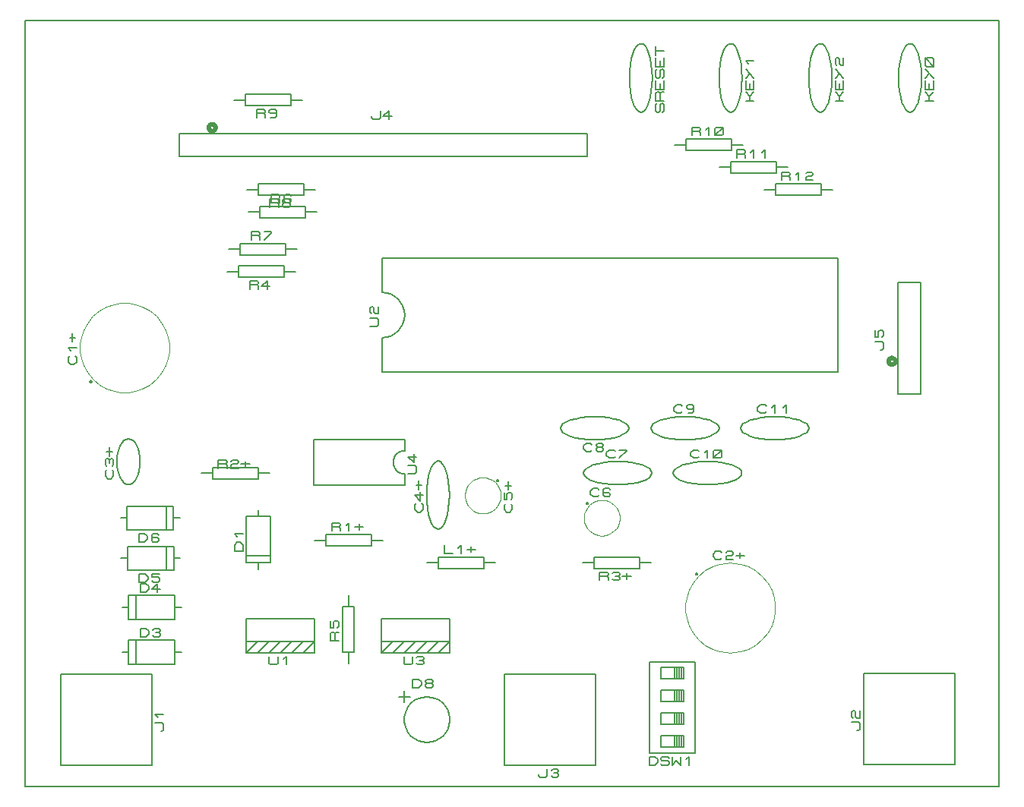
<source format=gbr>
G04 PROTEUS RS274X GERBER FILE*
%FSLAX45Y45*%
%MOMM*%
G01*
%ADD29C,0.508000*%
%ADD72C,0.152400*%
%ADD25C,0.203200*%
%ADD73C,0.120000*%
%ADD30C,0.200000*%
D29*
X-11034810Y+8503030D02*
X-11034941Y+8506188D01*
X-11036007Y+8512506D01*
X-11038238Y+8518824D01*
X-11041883Y+8525142D01*
X-11047458Y+8531381D01*
X-11053776Y+8535977D01*
X-11060094Y+8538910D01*
X-11066412Y+8540572D01*
X-11072730Y+8541130D01*
X-11072910Y+8541130D01*
X-11111010Y+8503030D02*
X-11110879Y+8506188D01*
X-11109813Y+8512506D01*
X-11107582Y+8518824D01*
X-11103937Y+8525142D01*
X-11098362Y+8531381D01*
X-11092044Y+8535977D01*
X-11085726Y+8538910D01*
X-11079408Y+8540572D01*
X-11073090Y+8541130D01*
X-11072910Y+8541130D01*
X-11111010Y+8503030D02*
X-11110879Y+8499872D01*
X-11109813Y+8493554D01*
X-11107582Y+8487236D01*
X-11103937Y+8480918D01*
X-11098362Y+8474679D01*
X-11092044Y+8470083D01*
X-11085726Y+8467150D01*
X-11079408Y+8465488D01*
X-11073090Y+8464930D01*
X-11072910Y+8464930D01*
X-11034810Y+8503030D02*
X-11034941Y+8499872D01*
X-11036007Y+8493554D01*
X-11038238Y+8487236D01*
X-11041883Y+8480918D01*
X-11047458Y+8474679D01*
X-11053776Y+8470083D01*
X-11060094Y+8467150D01*
X-11066412Y+8465488D01*
X-11072730Y+8464930D01*
X-11072910Y+8464930D01*
D72*
X-11441210Y+8185530D02*
X-6894610Y+8185530D01*
X-6894610Y+8439530D01*
X-11441210Y+8439530D01*
X-11441210Y+8185530D01*
D25*
X-9294910Y+8627490D02*
X-9294910Y+8612250D01*
X-9279035Y+8597010D01*
X-9215535Y+8597010D01*
X-9199660Y+8612250D01*
X-9199660Y+8688450D01*
X-9072660Y+8627490D02*
X-9167910Y+8627490D01*
X-9104410Y+8688450D01*
X-9104410Y+8597010D01*
X-8928910Y+6413530D02*
X-8933990Y+6465282D01*
X-8948595Y+6513225D01*
X-8971772Y+6556405D01*
X-9002570Y+6593870D01*
X-9040035Y+6624668D01*
X-9083215Y+6647845D01*
X-9131158Y+6662450D01*
X-9182910Y+6667530D01*
X-8928910Y+6413530D02*
X-8933990Y+6361048D01*
X-8948595Y+6312763D01*
X-8971772Y+6269539D01*
X-9002570Y+6232238D01*
X-9040035Y+6201723D01*
X-9083215Y+6178858D01*
X-9131158Y+6164506D01*
X-9182910Y+6159530D01*
X-9182910Y+6667530D02*
X-9182910Y+7048530D01*
X-4102910Y+7048530D02*
X-4102910Y+5778530D01*
X-9182910Y+5778530D02*
X-9182910Y+6159530D01*
X-9182910Y+7048530D02*
X-4102910Y+7048530D01*
X-9182910Y+5778530D02*
X-4102910Y+5778530D01*
X-9314990Y+6286530D02*
X-9238790Y+6286530D01*
X-9223550Y+6302405D01*
X-9223550Y+6365905D01*
X-9238790Y+6381780D01*
X-9314990Y+6381780D01*
X-9299750Y+6429405D02*
X-9314990Y+6445280D01*
X-9314990Y+6492905D01*
X-9299750Y+6508780D01*
X-9284510Y+6508780D01*
X-9269270Y+6492905D01*
X-9269270Y+6445280D01*
X-9254030Y+6429405D01*
X-9223550Y+6429405D01*
X-9223550Y+6508780D01*
X-11747910Y+2405530D02*
X-12763910Y+2405530D01*
X-11747910Y+1389530D02*
X-12763910Y+1389530D01*
X-12763910Y+2405530D02*
X-12763910Y+1389530D01*
X-11747910Y+2405530D02*
X-11747910Y+1389530D01*
X-11646310Y+1770530D02*
X-11631070Y+1770530D01*
X-11615830Y+1786405D01*
X-11615830Y+1849905D01*
X-11631070Y+1865780D01*
X-11707270Y+1865780D01*
X-11676790Y+1929280D02*
X-11707270Y+1961030D01*
X-11615830Y+1961030D01*
D29*
X-3458310Y+5897530D02*
X-3458441Y+5900688D01*
X-3459507Y+5907006D01*
X-3461738Y+5913324D01*
X-3465383Y+5919642D01*
X-3470958Y+5925881D01*
X-3477276Y+5930477D01*
X-3483594Y+5933410D01*
X-3489912Y+5935072D01*
X-3496230Y+5935630D01*
X-3496410Y+5935630D01*
X-3534510Y+5897530D02*
X-3534379Y+5900688D01*
X-3533313Y+5907006D01*
X-3531082Y+5913324D01*
X-3527437Y+5919642D01*
X-3521862Y+5925881D01*
X-3515544Y+5930477D01*
X-3509226Y+5933410D01*
X-3502908Y+5935072D01*
X-3496590Y+5935630D01*
X-3496410Y+5935630D01*
X-3534510Y+5897530D02*
X-3534379Y+5894372D01*
X-3533313Y+5888054D01*
X-3531082Y+5881736D01*
X-3527437Y+5875418D01*
X-3521862Y+5869179D01*
X-3515544Y+5864583D01*
X-3509226Y+5861650D01*
X-3502908Y+5859988D01*
X-3496590Y+5859430D01*
X-3496410Y+5859430D01*
X-3458310Y+5897530D02*
X-3458441Y+5894372D01*
X-3459507Y+5888054D01*
X-3461738Y+5881736D01*
X-3465383Y+5875418D01*
X-3470958Y+5869179D01*
X-3477276Y+5864583D01*
X-3483594Y+5861650D01*
X-3489912Y+5859988D01*
X-3496230Y+5859430D01*
X-3496410Y+5859430D01*
D72*
X-3178910Y+5529230D02*
X-3178910Y+6773830D01*
X-3432910Y+6773830D01*
X-3432910Y+5529230D01*
X-3178910Y+5529230D01*
D25*
X-3620870Y+6024530D02*
X-3605630Y+6024530D01*
X-3590390Y+6040405D01*
X-3590390Y+6103905D01*
X-3605630Y+6119780D01*
X-3681830Y+6119780D01*
X-3681830Y+6246780D02*
X-3681830Y+6167405D01*
X-3651350Y+6167405D01*
X-3651350Y+6230905D01*
X-3636110Y+6246780D01*
X-3605630Y+6246780D01*
X-3590390Y+6230905D01*
X-3590390Y+6183280D01*
X-3605630Y+6167405D01*
X-6075910Y+1592030D02*
X-5821910Y+1592030D01*
X-5821910Y+1719030D01*
X-6075910Y+1719030D01*
X-6075910Y+1592030D01*
X-5923510Y+1592030D02*
X-5923510Y+1719030D01*
X-5898110Y+1592030D02*
X-5898110Y+1719030D01*
X-5872710Y+1592030D02*
X-5872710Y+1719030D01*
X-5847310Y+1592030D02*
X-5847310Y+1719030D01*
X-6075910Y+1846030D02*
X-5821910Y+1846030D01*
X-5821910Y+1973030D01*
X-6075910Y+1973030D01*
X-6075910Y+1846030D01*
X-5923510Y+1846030D02*
X-5923510Y+1973030D01*
X-5898110Y+1846030D02*
X-5898110Y+1973030D01*
X-5872710Y+1846030D02*
X-5872710Y+1973030D01*
X-5847310Y+1846030D02*
X-5847310Y+1973030D01*
X-6075910Y+2100030D02*
X-5821910Y+2100030D01*
X-5821910Y+2227030D01*
X-6075910Y+2227030D01*
X-6075910Y+2100030D01*
X-5923510Y+2100030D02*
X-5923510Y+2227030D01*
X-5898110Y+2100030D02*
X-5898110Y+2227030D01*
X-5872710Y+2100030D02*
X-5872710Y+2227030D01*
X-5847310Y+2100030D02*
X-5847310Y+2227030D01*
X-6075910Y+2354030D02*
X-5821910Y+2354030D01*
X-5821910Y+2481030D01*
X-6075910Y+2481030D01*
X-6075910Y+2354030D01*
X-5923510Y+2354030D02*
X-5923510Y+2481030D01*
X-5898110Y+2354030D02*
X-5898110Y+2481030D01*
X-5872710Y+2354030D02*
X-5872710Y+2481030D01*
X-5847310Y+2354030D02*
X-5847310Y+2481030D01*
X-6202910Y+1528530D02*
X-5694910Y+1528530D01*
X-5694910Y+2544530D01*
X-6202910Y+2544530D01*
X-6202910Y+1528530D01*
X-6202910Y+1396450D02*
X-6202910Y+1487890D01*
X-6139410Y+1487890D01*
X-6107660Y+1457410D01*
X-6107660Y+1426930D01*
X-6139410Y+1396450D01*
X-6202910Y+1396450D01*
X-6075910Y+1411690D02*
X-6060035Y+1396450D01*
X-5996535Y+1396450D01*
X-5980660Y+1411690D01*
X-5980660Y+1426930D01*
X-5996535Y+1442170D01*
X-6060035Y+1442170D01*
X-6075910Y+1457410D01*
X-6075910Y+1472650D01*
X-6060035Y+1487890D01*
X-5996535Y+1487890D01*
X-5980660Y+1472650D01*
X-5948910Y+1487890D02*
X-5948910Y+1396450D01*
X-5901285Y+1442170D01*
X-5853660Y+1396450D01*
X-5853660Y+1487890D01*
X-5790160Y+1457410D02*
X-5758410Y+1487890D01*
X-5758410Y+1396450D01*
X-6294910Y+9439530D02*
X-6269034Y+9432014D01*
X-6245062Y+9410360D01*
X-6223472Y+9375906D01*
X-6204740Y+9329992D01*
X-6189341Y+9273959D01*
X-6177752Y+9209144D01*
X-6170450Y+9136888D01*
X-6167910Y+9058530D01*
X-6294910Y+8677530D02*
X-6269034Y+8685150D01*
X-6245062Y+8707058D01*
X-6223472Y+8741824D01*
X-6204740Y+8788020D01*
X-6189341Y+8844218D01*
X-6177752Y+8908988D01*
X-6170450Y+8980901D01*
X-6167910Y+9058530D01*
X-6294910Y+8677530D02*
X-6320786Y+8685150D01*
X-6344758Y+8707058D01*
X-6366348Y+8741824D01*
X-6385080Y+8788020D01*
X-6400479Y+8844218D01*
X-6412068Y+8908988D01*
X-6419370Y+8980901D01*
X-6421910Y+9058530D01*
X-6294910Y+9439530D02*
X-6320786Y+9432014D01*
X-6344758Y+9410360D01*
X-6366348Y+9375906D01*
X-6385080Y+9329992D01*
X-6400479Y+9273959D01*
X-6412068Y+9209144D01*
X-6419370Y+9136888D01*
X-6421910Y+9058530D01*
X-6051070Y+8677530D02*
X-6035830Y+8693405D01*
X-6035830Y+8756905D01*
X-6051070Y+8772780D01*
X-6066310Y+8772780D01*
X-6081550Y+8756905D01*
X-6081550Y+8693405D01*
X-6096790Y+8677530D01*
X-6112030Y+8677530D01*
X-6127270Y+8693405D01*
X-6127270Y+8756905D01*
X-6112030Y+8772780D01*
X-6035830Y+8804530D02*
X-6127270Y+8804530D01*
X-6127270Y+8883905D01*
X-6112030Y+8899780D01*
X-6096790Y+8899780D01*
X-6081550Y+8883905D01*
X-6081550Y+8804530D01*
X-6081550Y+8883905D02*
X-6066310Y+8899780D01*
X-6035830Y+8899780D01*
X-6035830Y+9026780D02*
X-6035830Y+8931530D01*
X-6127270Y+8931530D01*
X-6127270Y+9026780D01*
X-6081550Y+8931530D02*
X-6081550Y+8995030D01*
X-6051070Y+9058530D02*
X-6035830Y+9074405D01*
X-6035830Y+9137905D01*
X-6051070Y+9153780D01*
X-6066310Y+9153780D01*
X-6081550Y+9137905D01*
X-6081550Y+9074405D01*
X-6096790Y+9058530D01*
X-6112030Y+9058530D01*
X-6127270Y+9074405D01*
X-6127270Y+9137905D01*
X-6112030Y+9153780D01*
X-6035830Y+9280780D02*
X-6035830Y+9185530D01*
X-6127270Y+9185530D01*
X-6127270Y+9280780D01*
X-6081550Y+9185530D02*
X-6081550Y+9249030D01*
X-6127270Y+9312530D02*
X-6127270Y+9407780D01*
X-6127270Y+9360155D02*
X-6035830Y+9360155D01*
X-3294910Y+9439530D02*
X-3269034Y+9432014D01*
X-3245062Y+9410360D01*
X-3223472Y+9375906D01*
X-3204740Y+9329992D01*
X-3189341Y+9273959D01*
X-3177752Y+9209144D01*
X-3170450Y+9136888D01*
X-3167910Y+9058530D01*
X-3294910Y+8677530D02*
X-3269034Y+8685150D01*
X-3245062Y+8707058D01*
X-3223472Y+8741824D01*
X-3204740Y+8788020D01*
X-3189341Y+8844218D01*
X-3177752Y+8908988D01*
X-3170450Y+8980901D01*
X-3167910Y+9058530D01*
X-3294910Y+8677530D02*
X-3320786Y+8685150D01*
X-3344758Y+8707058D01*
X-3366348Y+8741824D01*
X-3385080Y+8788020D01*
X-3400479Y+8844218D01*
X-3412068Y+8908988D01*
X-3419370Y+8980901D01*
X-3421910Y+9058530D01*
X-3294910Y+9439530D02*
X-3320786Y+9432014D01*
X-3344758Y+9410360D01*
X-3366348Y+9375906D01*
X-3385080Y+9329992D01*
X-3400479Y+9273959D01*
X-3412068Y+9209144D01*
X-3419370Y+9136888D01*
X-3421910Y+9058530D01*
X-3127270Y+8804530D02*
X-3035830Y+8804530D01*
X-3127270Y+8899780D02*
X-3081550Y+8852155D01*
X-3035830Y+8899780D01*
X-3081550Y+8804530D02*
X-3081550Y+8852155D01*
X-3035830Y+9026780D02*
X-3035830Y+8931530D01*
X-3127270Y+8931530D01*
X-3127270Y+9026780D01*
X-3081550Y+8931530D02*
X-3081550Y+8995030D01*
X-3127270Y+9153780D02*
X-3035830Y+9058530D01*
X-3127270Y+9058530D02*
X-3081550Y+9106155D01*
X-3051070Y+9185530D02*
X-3112030Y+9185530D01*
X-3127270Y+9201405D01*
X-3127270Y+9264905D01*
X-3112030Y+9280780D01*
X-3051070Y+9280780D01*
X-3035830Y+9264905D01*
X-3035830Y+9201405D01*
X-3051070Y+9185530D01*
X-3035830Y+9185530D02*
X-3127270Y+9280780D01*
X-5294910Y+9439530D02*
X-5269034Y+9432014D01*
X-5245062Y+9410360D01*
X-5223472Y+9375906D01*
X-5204740Y+9329992D01*
X-5189341Y+9273959D01*
X-5177752Y+9209144D01*
X-5170450Y+9136888D01*
X-5167910Y+9058530D01*
X-5294910Y+8677530D02*
X-5269034Y+8685150D01*
X-5245062Y+8707058D01*
X-5223472Y+8741824D01*
X-5204740Y+8788020D01*
X-5189341Y+8844218D01*
X-5177752Y+8908988D01*
X-5170450Y+8980901D01*
X-5167910Y+9058530D01*
X-5294910Y+8677530D02*
X-5320786Y+8685150D01*
X-5344758Y+8707058D01*
X-5366348Y+8741824D01*
X-5385080Y+8788020D01*
X-5400479Y+8844218D01*
X-5412068Y+8908988D01*
X-5419370Y+8980901D01*
X-5421910Y+9058530D01*
X-5294910Y+9439530D02*
X-5320786Y+9432014D01*
X-5344758Y+9410360D01*
X-5366348Y+9375906D01*
X-5385080Y+9329992D01*
X-5400479Y+9273959D01*
X-5412068Y+9209144D01*
X-5419370Y+9136888D01*
X-5421910Y+9058530D01*
X-5127270Y+8804530D02*
X-5035830Y+8804530D01*
X-5127270Y+8899780D02*
X-5081550Y+8852155D01*
X-5035830Y+8899780D01*
X-5081550Y+8804530D02*
X-5081550Y+8852155D01*
X-5035830Y+9026780D02*
X-5035830Y+8931530D01*
X-5127270Y+8931530D01*
X-5127270Y+9026780D01*
X-5081550Y+8931530D02*
X-5081550Y+8995030D01*
X-5127270Y+9153780D02*
X-5035830Y+9058530D01*
X-5127270Y+9058530D02*
X-5081550Y+9106155D01*
X-5096790Y+9217280D02*
X-5127270Y+9249030D01*
X-5035830Y+9249030D01*
X-4294910Y+9439530D02*
X-4269034Y+9432014D01*
X-4245062Y+9410360D01*
X-4223472Y+9375906D01*
X-4204740Y+9329992D01*
X-4189341Y+9273959D01*
X-4177752Y+9209144D01*
X-4170450Y+9136888D01*
X-4167910Y+9058530D01*
X-4294910Y+8677530D02*
X-4269034Y+8685150D01*
X-4245062Y+8707058D01*
X-4223472Y+8741824D01*
X-4204740Y+8788020D01*
X-4189341Y+8844218D01*
X-4177752Y+8908988D01*
X-4170450Y+8980901D01*
X-4167910Y+9058530D01*
X-4294910Y+8677530D02*
X-4320786Y+8685150D01*
X-4344758Y+8707058D01*
X-4366348Y+8741824D01*
X-4385080Y+8788020D01*
X-4400479Y+8844218D01*
X-4412068Y+8908988D01*
X-4419370Y+8980901D01*
X-4421910Y+9058530D01*
X-4294910Y+9439530D02*
X-4320786Y+9432014D01*
X-4344758Y+9410360D01*
X-4366348Y+9375906D01*
X-4385080Y+9329992D01*
X-4400479Y+9273959D01*
X-4412068Y+9209144D01*
X-4419370Y+9136888D01*
X-4421910Y+9058530D01*
X-4127270Y+8804530D02*
X-4035830Y+8804530D01*
X-4127270Y+8899780D02*
X-4081550Y+8852155D01*
X-4035830Y+8899780D01*
X-4081550Y+8804530D02*
X-4081550Y+8852155D01*
X-4035830Y+9026780D02*
X-4035830Y+8931530D01*
X-4127270Y+8931530D01*
X-4127270Y+9026780D01*
X-4081550Y+8931530D02*
X-4081550Y+8995030D01*
X-4127270Y+9153780D02*
X-4035830Y+9058530D01*
X-4127270Y+9058530D02*
X-4081550Y+9106155D01*
X-4112030Y+9201405D02*
X-4127270Y+9217280D01*
X-4127270Y+9264905D01*
X-4112030Y+9280780D01*
X-4096790Y+9280780D01*
X-4081550Y+9264905D01*
X-4081550Y+9217280D01*
X-4066310Y+9201405D01*
X-4035830Y+9201405D01*
X-4035830Y+9280780D01*
X-6932910Y+4651530D02*
X-6925394Y+4677406D01*
X-6903740Y+4701378D01*
X-6869286Y+4722968D01*
X-6823372Y+4741700D01*
X-6767338Y+4757099D01*
X-6702524Y+4768688D01*
X-6630268Y+4775990D01*
X-6551910Y+4778530D01*
X-6170910Y+4651530D02*
X-6178530Y+4677406D01*
X-6200438Y+4701378D01*
X-6235204Y+4722968D01*
X-6281400Y+4741700D01*
X-6337598Y+4757099D01*
X-6402368Y+4768688D01*
X-6474281Y+4775990D01*
X-6551910Y+4778530D01*
X-6170910Y+4651530D02*
X-6178530Y+4625654D01*
X-6200438Y+4601682D01*
X-6235204Y+4580092D01*
X-6281400Y+4561360D01*
X-6337598Y+4545961D01*
X-6402368Y+4534372D01*
X-6474281Y+4527070D01*
X-6551910Y+4524530D01*
X-6932910Y+4651530D02*
X-6925394Y+4625654D01*
X-6903740Y+4601682D01*
X-6869286Y+4580092D01*
X-6823372Y+4561360D01*
X-6767338Y+4545961D01*
X-6702524Y+4534372D01*
X-6630268Y+4527070D01*
X-6551910Y+4524530D01*
X-6583660Y+4834410D02*
X-6599535Y+4819170D01*
X-6647160Y+4819170D01*
X-6678910Y+4849650D01*
X-6678910Y+4880130D01*
X-6647160Y+4910610D01*
X-6599535Y+4910610D01*
X-6583660Y+4895370D01*
X-6536035Y+4910610D02*
X-6456660Y+4910610D01*
X-6456660Y+4895370D01*
X-6536035Y+4819170D01*
X-6428910Y+5151530D02*
X-6436426Y+5125654D01*
X-6458080Y+5101682D01*
X-6492534Y+5080092D01*
X-6538448Y+5061360D01*
X-6594482Y+5045961D01*
X-6659296Y+5034372D01*
X-6731552Y+5027070D01*
X-6809910Y+5024530D01*
X-7190910Y+5151530D02*
X-7183290Y+5125654D01*
X-7161382Y+5101682D01*
X-7126616Y+5080092D01*
X-7080420Y+5061360D01*
X-7024222Y+5045961D01*
X-6959452Y+5034372D01*
X-6887539Y+5027070D01*
X-6809910Y+5024530D01*
X-7190910Y+5151530D02*
X-7183290Y+5177406D01*
X-7161382Y+5201378D01*
X-7126616Y+5222968D01*
X-7080420Y+5241700D01*
X-7024222Y+5257099D01*
X-6959452Y+5268688D01*
X-6887539Y+5275990D01*
X-6809910Y+5278530D01*
X-6428910Y+5151530D02*
X-6436426Y+5177406D01*
X-6458080Y+5201378D01*
X-6492534Y+5222968D01*
X-6538448Y+5241700D01*
X-6594482Y+5257099D01*
X-6659296Y+5268688D01*
X-6731552Y+5275990D01*
X-6809910Y+5278530D01*
X-6841660Y+4907690D02*
X-6857535Y+4892450D01*
X-6905160Y+4892450D01*
X-6936910Y+4922930D01*
X-6936910Y+4953410D01*
X-6905160Y+4983890D01*
X-6857535Y+4983890D01*
X-6841660Y+4968650D01*
X-6778160Y+4938170D02*
X-6794035Y+4953410D01*
X-6794035Y+4968650D01*
X-6778160Y+4983890D01*
X-6730535Y+4983890D01*
X-6714660Y+4968650D01*
X-6714660Y+4953410D01*
X-6730535Y+4938170D01*
X-6778160Y+4938170D01*
X-6794035Y+4922930D01*
X-6794035Y+4907690D01*
X-6778160Y+4892450D01*
X-6730535Y+4892450D01*
X-6714660Y+4907690D01*
X-6714660Y+4922930D01*
X-6730535Y+4938170D01*
X-6182910Y+5151530D02*
X-6175394Y+5177406D01*
X-6153740Y+5201378D01*
X-6119286Y+5222968D01*
X-6073372Y+5241700D01*
X-6017338Y+5257099D01*
X-5952524Y+5268688D01*
X-5880268Y+5275990D01*
X-5801910Y+5278530D01*
X-5420910Y+5151530D02*
X-5428530Y+5177406D01*
X-5450438Y+5201378D01*
X-5485204Y+5222968D01*
X-5531400Y+5241700D01*
X-5587598Y+5257099D01*
X-5652368Y+5268688D01*
X-5724281Y+5275990D01*
X-5801910Y+5278530D01*
X-5420910Y+5151530D02*
X-5428530Y+5125654D01*
X-5450438Y+5101682D01*
X-5485204Y+5080092D01*
X-5531400Y+5061360D01*
X-5587598Y+5045961D01*
X-5652368Y+5034372D01*
X-5724281Y+5027070D01*
X-5801910Y+5024530D01*
X-6182910Y+5151530D02*
X-6175394Y+5125654D01*
X-6153740Y+5101682D01*
X-6119286Y+5080092D01*
X-6073372Y+5061360D01*
X-6017338Y+5045961D01*
X-5952524Y+5034372D01*
X-5880268Y+5027070D01*
X-5801910Y+5024530D01*
X-5833660Y+5334410D02*
X-5849535Y+5319170D01*
X-5897160Y+5319170D01*
X-5928910Y+5349650D01*
X-5928910Y+5380130D01*
X-5897160Y+5410610D01*
X-5849535Y+5410610D01*
X-5833660Y+5395370D01*
X-5706660Y+5380130D02*
X-5722535Y+5364890D01*
X-5770160Y+5364890D01*
X-5786035Y+5380130D01*
X-5786035Y+5395370D01*
X-5770160Y+5410610D01*
X-5722535Y+5410610D01*
X-5706660Y+5395370D01*
X-5706660Y+5334410D01*
X-5722535Y+5319170D01*
X-5770160Y+5319170D01*
X-5932910Y+4651530D02*
X-5925394Y+4677406D01*
X-5903740Y+4701378D01*
X-5869286Y+4722968D01*
X-5823372Y+4741700D01*
X-5767338Y+4757099D01*
X-5702524Y+4768688D01*
X-5630268Y+4775990D01*
X-5551910Y+4778530D01*
X-5170910Y+4651530D02*
X-5178530Y+4677406D01*
X-5200438Y+4701378D01*
X-5235204Y+4722968D01*
X-5281400Y+4741700D01*
X-5337598Y+4757099D01*
X-5402368Y+4768688D01*
X-5474281Y+4775990D01*
X-5551910Y+4778530D01*
X-5170910Y+4651530D02*
X-5178530Y+4625654D01*
X-5200438Y+4601682D01*
X-5235204Y+4580092D01*
X-5281400Y+4561360D01*
X-5337598Y+4545961D01*
X-5402368Y+4534372D01*
X-5474281Y+4527070D01*
X-5551910Y+4524530D01*
X-5932910Y+4651530D02*
X-5925394Y+4625654D01*
X-5903740Y+4601682D01*
X-5869286Y+4580092D01*
X-5823372Y+4561360D01*
X-5767338Y+4545961D01*
X-5702524Y+4534372D01*
X-5630268Y+4527070D01*
X-5551910Y+4524530D01*
X-5647160Y+4834410D02*
X-5663035Y+4819170D01*
X-5710660Y+4819170D01*
X-5742410Y+4849650D01*
X-5742410Y+4880130D01*
X-5710660Y+4910610D01*
X-5663035Y+4910610D01*
X-5647160Y+4895370D01*
X-5583660Y+4880130D02*
X-5551910Y+4910610D01*
X-5551910Y+4819170D01*
X-5488410Y+4834410D02*
X-5488410Y+4895370D01*
X-5472535Y+4910610D01*
X-5409035Y+4910610D01*
X-5393160Y+4895370D01*
X-5393160Y+4834410D01*
X-5409035Y+4819170D01*
X-5472535Y+4819170D01*
X-5488410Y+4834410D01*
X-5488410Y+4819170D02*
X-5393160Y+4910610D01*
X-5182910Y+5151530D02*
X-5175394Y+5177406D01*
X-5153740Y+5201378D01*
X-5119286Y+5222968D01*
X-5073372Y+5241700D01*
X-5017338Y+5257099D01*
X-4952524Y+5268688D01*
X-4880268Y+5275990D01*
X-4801910Y+5278530D01*
X-4420910Y+5151530D02*
X-4428530Y+5177406D01*
X-4450438Y+5201378D01*
X-4485204Y+5222968D01*
X-4531400Y+5241700D01*
X-4587598Y+5257099D01*
X-4652368Y+5268688D01*
X-4724281Y+5275990D01*
X-4801910Y+5278530D01*
X-4420910Y+5151530D02*
X-4428530Y+5125654D01*
X-4450438Y+5101682D01*
X-4485204Y+5080092D01*
X-4531400Y+5061360D01*
X-4587598Y+5045961D01*
X-4652368Y+5034372D01*
X-4724281Y+5027070D01*
X-4801910Y+5024530D01*
X-5182910Y+5151530D02*
X-5175394Y+5125654D01*
X-5153740Y+5101682D01*
X-5119286Y+5080092D01*
X-5073372Y+5061360D01*
X-5017338Y+5045961D01*
X-4952524Y+5034372D01*
X-4880268Y+5027070D01*
X-4801910Y+5024530D01*
X-4897160Y+5334410D02*
X-4913035Y+5319170D01*
X-4960660Y+5319170D01*
X-4992410Y+5349650D01*
X-4992410Y+5380130D01*
X-4960660Y+5410610D01*
X-4913035Y+5410610D01*
X-4897160Y+5395370D01*
X-4833660Y+5380130D02*
X-4801910Y+5410610D01*
X-4801910Y+5319170D01*
X-4706660Y+5380130D02*
X-4674910Y+5410610D01*
X-4674910Y+5319170D01*
D73*
X-6530910Y+4151530D02*
X-6531570Y+4167769D01*
X-6536935Y+4200249D01*
X-6548135Y+4232729D01*
X-6566359Y+4265209D01*
X-6594226Y+4297535D01*
X-6626706Y+4322239D01*
X-6659186Y+4338227D01*
X-6691666Y+4347642D01*
X-6724146Y+4351416D01*
X-6730910Y+4351530D01*
X-6930910Y+4151530D02*
X-6930250Y+4167769D01*
X-6924885Y+4200249D01*
X-6913685Y+4232729D01*
X-6895461Y+4265209D01*
X-6867594Y+4297535D01*
X-6835114Y+4322239D01*
X-6802634Y+4338227D01*
X-6770154Y+4347642D01*
X-6737674Y+4351416D01*
X-6730910Y+4351530D01*
X-6930910Y+4151530D02*
X-6930250Y+4135291D01*
X-6924885Y+4102811D01*
X-6913685Y+4070331D01*
X-6895461Y+4037851D01*
X-6867594Y+4005525D01*
X-6835114Y+3980821D01*
X-6802634Y+3964833D01*
X-6770154Y+3955418D01*
X-6737674Y+3951644D01*
X-6730910Y+3951530D01*
X-6530910Y+4151530D02*
X-6531570Y+4135291D01*
X-6536935Y+4102811D01*
X-6548135Y+4070331D01*
X-6566359Y+4037851D01*
X-6594226Y+4005525D01*
X-6626706Y+3980821D01*
X-6659186Y+3964833D01*
X-6691666Y+3955418D01*
X-6724146Y+3951644D01*
X-6730910Y+3951530D01*
D30*
X-6884910Y+4315530D02*
X-6884945Y+4316361D01*
X-6885226Y+4318025D01*
X-6885816Y+4319689D01*
X-6886780Y+4321353D01*
X-6888255Y+4322994D01*
X-6889919Y+4324195D01*
X-6891583Y+4324960D01*
X-6893247Y+4325391D01*
X-6894910Y+4325530D01*
X-6904910Y+4315530D02*
X-6904875Y+4316361D01*
X-6904594Y+4318025D01*
X-6904004Y+4319689D01*
X-6903040Y+4321353D01*
X-6901565Y+4322994D01*
X-6899901Y+4324195D01*
X-6898237Y+4324960D01*
X-6896573Y+4325391D01*
X-6894910Y+4325530D01*
X-6904910Y+4315530D02*
X-6904875Y+4314699D01*
X-6904594Y+4313035D01*
X-6904004Y+4311371D01*
X-6903040Y+4309707D01*
X-6901565Y+4308066D01*
X-6899901Y+4306865D01*
X-6898237Y+4306100D01*
X-6896573Y+4305669D01*
X-6894910Y+4305530D01*
X-6884910Y+4315530D02*
X-6884945Y+4314699D01*
X-6885226Y+4313035D01*
X-6885816Y+4311371D01*
X-6886780Y+4309707D01*
X-6888255Y+4308066D01*
X-6889919Y+4306865D01*
X-6891583Y+4306100D01*
X-6893247Y+4305669D01*
X-6894910Y+4305530D01*
D25*
X-6762660Y+4403250D02*
X-6778535Y+4388010D01*
X-6826160Y+4388010D01*
X-6857910Y+4418490D01*
X-6857910Y+4448970D01*
X-6826160Y+4479450D01*
X-6778535Y+4479450D01*
X-6762660Y+4464210D01*
X-6635660Y+4464210D02*
X-6651535Y+4479450D01*
X-6699160Y+4479450D01*
X-6715035Y+4464210D01*
X-6715035Y+4403250D01*
X-6699160Y+4388010D01*
X-6651535Y+4388010D01*
X-6635660Y+4403250D01*
X-6635660Y+4418490D01*
X-6651535Y+4433730D01*
X-6715035Y+4433730D01*
X-10667910Y+7562530D02*
X-10540910Y+7562530D01*
X-10540910Y+7499030D02*
X-10032910Y+7499030D01*
X-10032910Y+7626030D01*
X-10540910Y+7626030D01*
X-10540910Y+7499030D01*
X-10032910Y+7562530D02*
X-9905910Y+7562530D01*
X-10413910Y+7666670D02*
X-10413910Y+7758110D01*
X-10334535Y+7758110D01*
X-10318660Y+7742870D01*
X-10318660Y+7727630D01*
X-10334535Y+7712390D01*
X-10413910Y+7712390D01*
X-10334535Y+7712390D02*
X-10318660Y+7697150D01*
X-10318660Y+7666670D01*
X-10191660Y+7742870D02*
X-10207535Y+7758110D01*
X-10255160Y+7758110D01*
X-10271035Y+7742870D01*
X-10271035Y+7681910D01*
X-10255160Y+7666670D01*
X-10207535Y+7666670D01*
X-10191660Y+7681910D01*
X-10191660Y+7697150D01*
X-10207535Y+7712390D01*
X-10271035Y+7712390D01*
X-10889000Y+7150000D02*
X-10762000Y+7150000D01*
X-10762000Y+7086500D02*
X-10254000Y+7086500D01*
X-10254000Y+7213500D01*
X-10762000Y+7213500D01*
X-10762000Y+7086500D01*
X-10254000Y+7150000D02*
X-10127000Y+7150000D01*
X-10635000Y+7254140D02*
X-10635000Y+7345580D01*
X-10555625Y+7345580D01*
X-10539750Y+7330340D01*
X-10539750Y+7315100D01*
X-10555625Y+7299860D01*
X-10635000Y+7299860D01*
X-10555625Y+7299860D02*
X-10539750Y+7284620D01*
X-10539750Y+7254140D01*
X-10492125Y+7345580D02*
X-10412750Y+7345580D01*
X-10412750Y+7330340D01*
X-10492125Y+7254140D01*
X-9921910Y+7812530D02*
X-10048910Y+7812530D01*
X-10556910Y+7749030D02*
X-10048910Y+7749030D01*
X-10048910Y+7876030D01*
X-10556910Y+7876030D01*
X-10556910Y+7749030D01*
X-10556910Y+7812530D02*
X-10683910Y+7812530D01*
X-10429910Y+7616950D02*
X-10429910Y+7708390D01*
X-10350535Y+7708390D01*
X-10334660Y+7693150D01*
X-10334660Y+7677910D01*
X-10350535Y+7662670D01*
X-10429910Y+7662670D01*
X-10350535Y+7662670D02*
X-10334660Y+7647430D01*
X-10334660Y+7616950D01*
X-10271160Y+7662670D02*
X-10287035Y+7677910D01*
X-10287035Y+7693150D01*
X-10271160Y+7708390D01*
X-10223535Y+7708390D01*
X-10207660Y+7693150D01*
X-10207660Y+7677910D01*
X-10223535Y+7662670D01*
X-10271160Y+7662670D01*
X-10287035Y+7647430D01*
X-10287035Y+7632190D01*
X-10271160Y+7616950D01*
X-10223535Y+7616950D01*
X-10207660Y+7632190D01*
X-10207660Y+7647430D01*
X-10223535Y+7662670D01*
X-10071910Y+8812530D02*
X-10198910Y+8812530D01*
X-10706910Y+8749030D02*
X-10198910Y+8749030D01*
X-10198910Y+8876030D01*
X-10706910Y+8876030D01*
X-10706910Y+8749030D01*
X-10706910Y+8812530D02*
X-10833910Y+8812530D01*
X-10579910Y+8616950D02*
X-10579910Y+8708390D01*
X-10500535Y+8708390D01*
X-10484660Y+8693150D01*
X-10484660Y+8677910D01*
X-10500535Y+8662670D01*
X-10579910Y+8662670D01*
X-10500535Y+8662670D02*
X-10484660Y+8647430D01*
X-10484660Y+8616950D01*
X-10357660Y+8677910D02*
X-10373535Y+8662670D01*
X-10421160Y+8662670D01*
X-10437035Y+8677910D01*
X-10437035Y+8693150D01*
X-10421160Y+8708390D01*
X-10373535Y+8708390D01*
X-10357660Y+8693150D01*
X-10357660Y+8632190D01*
X-10373535Y+8616950D01*
X-10421160Y+8616950D01*
X-5917910Y+8312530D02*
X-5790910Y+8312530D01*
X-5790910Y+8249030D02*
X-5282910Y+8249030D01*
X-5282910Y+8376030D01*
X-5790910Y+8376030D01*
X-5790910Y+8249030D01*
X-5282910Y+8312530D02*
X-5155910Y+8312530D01*
X-5727410Y+8416670D02*
X-5727410Y+8508110D01*
X-5648035Y+8508110D01*
X-5632160Y+8492870D01*
X-5632160Y+8477630D01*
X-5648035Y+8462390D01*
X-5727410Y+8462390D01*
X-5648035Y+8462390D02*
X-5632160Y+8447150D01*
X-5632160Y+8416670D01*
X-5568660Y+8477630D02*
X-5536910Y+8508110D01*
X-5536910Y+8416670D01*
X-5473410Y+8431910D02*
X-5473410Y+8492870D01*
X-5457535Y+8508110D01*
X-5394035Y+8508110D01*
X-5378160Y+8492870D01*
X-5378160Y+8431910D01*
X-5394035Y+8416670D01*
X-5457535Y+8416670D01*
X-5473410Y+8431910D01*
X-5473410Y+8416670D02*
X-5378160Y+8508110D01*
X-5417910Y+8062530D02*
X-5290910Y+8062530D01*
X-5290910Y+7999030D02*
X-4782910Y+7999030D01*
X-4782910Y+8126030D01*
X-5290910Y+8126030D01*
X-5290910Y+7999030D01*
X-4782910Y+8062530D02*
X-4655910Y+8062530D01*
X-5227410Y+8166670D02*
X-5227410Y+8258110D01*
X-5148035Y+8258110D01*
X-5132160Y+8242870D01*
X-5132160Y+8227630D01*
X-5148035Y+8212390D01*
X-5227410Y+8212390D01*
X-5148035Y+8212390D02*
X-5132160Y+8197150D01*
X-5132160Y+8166670D01*
X-5068660Y+8227630D02*
X-5036910Y+8258110D01*
X-5036910Y+8166670D01*
X-4941660Y+8227630D02*
X-4909910Y+8258110D01*
X-4909910Y+8166670D01*
X-4917910Y+7812530D02*
X-4790910Y+7812530D01*
X-4790910Y+7749030D02*
X-4282910Y+7749030D01*
X-4282910Y+7876030D01*
X-4790910Y+7876030D01*
X-4790910Y+7749030D01*
X-4282910Y+7812530D02*
X-4155910Y+7812530D01*
X-4727410Y+7916670D02*
X-4727410Y+8008110D01*
X-4648035Y+8008110D01*
X-4632160Y+7992870D01*
X-4632160Y+7977630D01*
X-4648035Y+7962390D01*
X-4727410Y+7962390D01*
X-4648035Y+7962390D02*
X-4632160Y+7947150D01*
X-4632160Y+7916670D01*
X-4568660Y+7977630D02*
X-4536910Y+8008110D01*
X-4536910Y+7916670D01*
X-4457535Y+7992870D02*
X-4441660Y+8008110D01*
X-4394035Y+8008110D01*
X-4378160Y+7992870D01*
X-4378160Y+7977630D01*
X-4394035Y+7962390D01*
X-4441660Y+7962390D01*
X-4457535Y+7947150D01*
X-4457535Y+7916670D01*
X-4378160Y+7916670D01*
X-10142459Y+6900000D02*
X-10269459Y+6900000D01*
X-10777459Y+6836500D02*
X-10269459Y+6836500D01*
X-10269459Y+6963500D01*
X-10777459Y+6963500D01*
X-10777459Y+6836500D01*
X-10777459Y+6900000D02*
X-10904459Y+6900000D01*
X-10650459Y+6704420D02*
X-10650459Y+6795860D01*
X-10571084Y+6795860D01*
X-10555209Y+6780620D01*
X-10555209Y+6765380D01*
X-10571084Y+6750140D01*
X-10650459Y+6750140D01*
X-10571084Y+6750140D02*
X-10555209Y+6734900D01*
X-10555209Y+6704420D01*
X-10428209Y+6734900D02*
X-10523459Y+6734900D01*
X-10459959Y+6795860D01*
X-10459959Y+6704420D01*
X-3813910Y+1397530D02*
X-2797910Y+1397530D01*
X-3813910Y+2413530D02*
X-2797910Y+2413530D01*
X-2797910Y+1397530D02*
X-2797910Y+2413530D01*
X-3813910Y+1397530D02*
X-3813910Y+2413530D01*
X-3885030Y+1778530D02*
X-3869790Y+1778530D01*
X-3854550Y+1794405D01*
X-3854550Y+1857905D01*
X-3869790Y+1873780D01*
X-3945990Y+1873780D01*
X-3930750Y+1921405D02*
X-3945990Y+1937280D01*
X-3945990Y+1984905D01*
X-3930750Y+2000780D01*
X-3915510Y+2000780D01*
X-3900270Y+1984905D01*
X-3900270Y+1937280D01*
X-3885030Y+1921405D01*
X-3854550Y+1921405D01*
X-3854550Y+2000780D01*
X-6801910Y+1393530D02*
X-6801910Y+2409530D01*
X-7817910Y+1393530D02*
X-7817910Y+2409530D01*
X-6801910Y+2409530D02*
X-7817910Y+2409530D01*
X-6801910Y+1393530D02*
X-7817910Y+1393530D01*
X-7436910Y+1291930D02*
X-7436910Y+1276690D01*
X-7421035Y+1261450D01*
X-7357535Y+1261450D01*
X-7341660Y+1276690D01*
X-7341660Y+1352890D01*
X-7294035Y+1337650D02*
X-7278160Y+1352890D01*
X-7230535Y+1352890D01*
X-7214660Y+1337650D01*
X-7214660Y+1322410D01*
X-7230535Y+1307170D01*
X-7214660Y+1291930D01*
X-7214660Y+1276690D01*
X-7230535Y+1261450D01*
X-7278160Y+1261450D01*
X-7294035Y+1276690D01*
X-7262285Y+1307170D02*
X-7230535Y+1307170D01*
X-9190910Y+2774530D02*
X-8428910Y+2774530D01*
X-8428910Y+3028530D01*
X-9190910Y+3028530D01*
X-9190910Y+2774530D01*
X-8428910Y+2774530D02*
X-8428910Y+2647530D01*
X-9190910Y+2647530D01*
X-9190910Y+2774530D01*
X-8428910Y+2774530D02*
X-8555910Y+2647530D01*
X-8555910Y+2774530D02*
X-8682910Y+2647530D01*
X-8682910Y+2774530D02*
X-8809910Y+2647530D01*
X-8809910Y+2774530D02*
X-8936910Y+2647530D01*
X-8936910Y+2774530D02*
X-9063910Y+2647530D01*
X-9063910Y+2774530D02*
X-9190910Y+2647530D01*
X-8936910Y+2606890D02*
X-8936910Y+2530690D01*
X-8921035Y+2515450D01*
X-8857535Y+2515450D01*
X-8841660Y+2530690D01*
X-8841660Y+2606890D01*
X-8794035Y+2591650D02*
X-8778160Y+2606890D01*
X-8730535Y+2606890D01*
X-8714660Y+2591650D01*
X-8714660Y+2576410D01*
X-8730535Y+2561170D01*
X-8714660Y+2545930D01*
X-8714660Y+2530690D01*
X-8730535Y+2515450D01*
X-8778160Y+2515450D01*
X-8794035Y+2530690D01*
X-8762285Y+2561170D02*
X-8730535Y+2561170D01*
X-10690910Y+2774530D02*
X-9928910Y+2774530D01*
X-9928910Y+3028530D01*
X-10690910Y+3028530D01*
X-10690910Y+2774530D01*
X-9928910Y+2774530D02*
X-9928910Y+2647530D01*
X-10690910Y+2647530D01*
X-10690910Y+2774530D01*
X-9928910Y+2774530D02*
X-10055910Y+2647530D01*
X-10055910Y+2774530D02*
X-10182910Y+2647530D01*
X-10182910Y+2774530D02*
X-10309910Y+2647530D01*
X-10309910Y+2774530D02*
X-10436910Y+2647530D01*
X-10436910Y+2774530D02*
X-10563910Y+2647530D01*
X-10563910Y+2774530D02*
X-10690910Y+2647530D01*
X-10436910Y+2606890D02*
X-10436910Y+2530690D01*
X-10421035Y+2515450D01*
X-10357535Y+2515450D01*
X-10341660Y+2530690D01*
X-10341660Y+2606890D01*
X-10278160Y+2576410D02*
X-10246410Y+2606890D01*
X-10246410Y+2515450D01*
X-8928910Y+4643530D02*
X-8928910Y+4516530D01*
X-9944910Y+4516530D01*
X-9944910Y+5024530D01*
X-8928910Y+5024530D01*
X-8928910Y+4897530D01*
X-9055910Y+4770530D02*
X-9053474Y+4744654D01*
X-9046425Y+4720682D01*
X-9035148Y+4699092D01*
X-9020032Y+4680360D01*
X-9001464Y+4664961D01*
X-8979829Y+4653372D01*
X-8955516Y+4646070D01*
X-8928910Y+4643530D01*
X-9055910Y+4770530D02*
X-9053474Y+4797136D01*
X-9046425Y+4821449D01*
X-9035148Y+4843084D01*
X-9020032Y+4861652D01*
X-9001464Y+4876768D01*
X-8979829Y+4888045D01*
X-8955516Y+4895094D01*
X-8928910Y+4897530D01*
X-8888270Y+4643530D02*
X-8812070Y+4643530D01*
X-8796830Y+4659405D01*
X-8796830Y+4722905D01*
X-8812070Y+4738780D01*
X-8888270Y+4738780D01*
X-8827310Y+4865780D02*
X-8827310Y+4770530D01*
X-8888270Y+4834030D01*
X-8796830Y+4834030D01*
X-12005910Y+4524530D02*
X-12031786Y+4529610D01*
X-12055758Y+4544215D01*
X-12077348Y+4567392D01*
X-12096080Y+4598190D01*
X-12111479Y+4635655D01*
X-12123068Y+4678835D01*
X-12130370Y+4726778D01*
X-12132910Y+4778530D01*
X-12005910Y+5032530D02*
X-12031786Y+5027450D01*
X-12055758Y+5012845D01*
X-12077348Y+4989668D01*
X-12096080Y+4958870D01*
X-12111479Y+4921405D01*
X-12123068Y+4878225D01*
X-12130370Y+4830282D01*
X-12132910Y+4778530D01*
X-12005910Y+4524530D02*
X-11980034Y+4529610D01*
X-11956062Y+4544215D01*
X-11934472Y+4567392D01*
X-11915740Y+4598190D01*
X-11900341Y+4635655D01*
X-11888752Y+4678835D01*
X-11881450Y+4726778D01*
X-11878910Y+4778530D01*
X-12005910Y+5032530D02*
X-11980034Y+5027450D01*
X-11956062Y+5012845D01*
X-11934472Y+4989668D01*
X-11915740Y+4958870D01*
X-11900341Y+4921405D01*
X-11888752Y+4878225D01*
X-11881450Y+4830282D01*
X-11878910Y+4778530D01*
X-12188790Y+4683280D02*
X-12173550Y+4667405D01*
X-12173550Y+4619780D01*
X-12204030Y+4588030D01*
X-12234510Y+4588030D01*
X-12264990Y+4619780D01*
X-12264990Y+4667405D01*
X-12249750Y+4683280D01*
X-12249750Y+4730905D02*
X-12264990Y+4746780D01*
X-12264990Y+4794405D01*
X-12249750Y+4810280D01*
X-12234510Y+4810280D01*
X-12219270Y+4794405D01*
X-12204030Y+4810280D01*
X-12188790Y+4810280D01*
X-12173550Y+4794405D01*
X-12173550Y+4746780D01*
X-12188790Y+4730905D01*
X-12219270Y+4762655D02*
X-12219270Y+4794405D01*
X-12219270Y+4842030D02*
X-12219270Y+4937280D01*
X-12249750Y+4889655D02*
X-12188790Y+4889655D01*
X-8555910Y+4024530D02*
X-8581786Y+4032046D01*
X-8605758Y+4053700D01*
X-8627348Y+4088154D01*
X-8646080Y+4134068D01*
X-8661479Y+4190101D01*
X-8673068Y+4254916D01*
X-8680370Y+4327172D01*
X-8682910Y+4405530D01*
X-8555910Y+4786530D02*
X-8581786Y+4778910D01*
X-8605758Y+4757002D01*
X-8627348Y+4722236D01*
X-8646080Y+4676040D01*
X-8661479Y+4619842D01*
X-8673068Y+4555072D01*
X-8680370Y+4483159D01*
X-8682910Y+4405530D01*
X-8555910Y+4786530D02*
X-8530034Y+4778910D01*
X-8506062Y+4757002D01*
X-8484472Y+4722236D01*
X-8465740Y+4676040D01*
X-8450341Y+4619842D01*
X-8438752Y+4555072D01*
X-8431450Y+4483159D01*
X-8428910Y+4405530D01*
X-8555910Y+4024530D02*
X-8530034Y+4032046D01*
X-8506062Y+4053700D01*
X-8484472Y+4088154D01*
X-8465740Y+4134068D01*
X-8450341Y+4190101D01*
X-8438752Y+4254916D01*
X-8431450Y+4327172D01*
X-8428910Y+4405530D01*
X-8738790Y+4310280D02*
X-8723550Y+4294405D01*
X-8723550Y+4246780D01*
X-8754030Y+4215030D01*
X-8784510Y+4215030D01*
X-8814990Y+4246780D01*
X-8814990Y+4294405D01*
X-8799750Y+4310280D01*
X-8754030Y+4437280D02*
X-8754030Y+4342030D01*
X-8814990Y+4405530D01*
X-8723550Y+4405530D01*
X-8769270Y+4469030D02*
X-8769270Y+4564280D01*
X-8799750Y+4516655D02*
X-8738790Y+4516655D01*
D73*
X-7855910Y+4401530D02*
X-7856570Y+4417769D01*
X-7861935Y+4450249D01*
X-7873135Y+4482729D01*
X-7891359Y+4515209D01*
X-7919226Y+4547535D01*
X-7951706Y+4572239D01*
X-7984186Y+4588227D01*
X-8016666Y+4597642D01*
X-8049146Y+4601416D01*
X-8055910Y+4601530D01*
X-8255910Y+4401530D02*
X-8255250Y+4417769D01*
X-8249885Y+4450249D01*
X-8238685Y+4482729D01*
X-8220461Y+4515209D01*
X-8192594Y+4547535D01*
X-8160114Y+4572239D01*
X-8127634Y+4588227D01*
X-8095154Y+4597642D01*
X-8062674Y+4601416D01*
X-8055910Y+4601530D01*
X-8255910Y+4401530D02*
X-8255250Y+4385291D01*
X-8249885Y+4352811D01*
X-8238685Y+4320331D01*
X-8220461Y+4287851D01*
X-8192594Y+4255525D01*
X-8160114Y+4230821D01*
X-8127634Y+4214833D01*
X-8095154Y+4205418D01*
X-8062674Y+4201644D01*
X-8055910Y+4201530D01*
X-7855910Y+4401530D02*
X-7856570Y+4385291D01*
X-7861935Y+4352811D01*
X-7873135Y+4320331D01*
X-7891359Y+4287851D01*
X-7919226Y+4255525D01*
X-7951706Y+4230821D01*
X-7984186Y+4214833D01*
X-8016666Y+4205418D01*
X-8049146Y+4201644D01*
X-8055910Y+4201530D01*
D30*
X-7881910Y+4565530D02*
X-7881945Y+4566361D01*
X-7882226Y+4568025D01*
X-7882816Y+4569689D01*
X-7883780Y+4571353D01*
X-7885255Y+4572994D01*
X-7886919Y+4574195D01*
X-7888583Y+4574960D01*
X-7890247Y+4575391D01*
X-7891910Y+4575530D01*
X-7901910Y+4565530D02*
X-7901875Y+4566361D01*
X-7901594Y+4568025D01*
X-7901004Y+4569689D01*
X-7900040Y+4571353D01*
X-7898565Y+4572994D01*
X-7896901Y+4574195D01*
X-7895237Y+4574960D01*
X-7893573Y+4575391D01*
X-7891910Y+4575530D01*
X-7901910Y+4565530D02*
X-7901875Y+4564699D01*
X-7901594Y+4563035D01*
X-7901004Y+4561371D01*
X-7900040Y+4559707D01*
X-7898565Y+4558066D01*
X-7896901Y+4556865D01*
X-7895237Y+4556100D01*
X-7893573Y+4555669D01*
X-7891910Y+4555530D01*
X-7881910Y+4565530D02*
X-7881945Y+4564699D01*
X-7882226Y+4563035D01*
X-7882816Y+4561371D01*
X-7883780Y+4559707D01*
X-7885255Y+4558066D01*
X-7886919Y+4556865D01*
X-7888583Y+4556100D01*
X-7890247Y+4555669D01*
X-7891910Y+4555530D01*
D25*
X-7743230Y+4306280D02*
X-7727990Y+4290405D01*
X-7727990Y+4242780D01*
X-7758470Y+4211030D01*
X-7788950Y+4211030D01*
X-7819430Y+4242780D01*
X-7819430Y+4290405D01*
X-7804190Y+4306280D01*
X-7819430Y+4433280D02*
X-7819430Y+4353905D01*
X-7788950Y+4353905D01*
X-7788950Y+4417405D01*
X-7773710Y+4433280D01*
X-7743230Y+4433280D01*
X-7727990Y+4417405D01*
X-7727990Y+4369780D01*
X-7743230Y+4353905D01*
X-7773710Y+4465030D02*
X-7773710Y+4560280D01*
X-7804190Y+4512655D02*
X-7743230Y+4512655D01*
X-9928910Y+3901530D02*
X-9801910Y+3901530D01*
X-9801910Y+3838030D02*
X-9293910Y+3838030D01*
X-9293910Y+3965030D01*
X-9801910Y+3965030D01*
X-9801910Y+3838030D01*
X-9293910Y+3901530D02*
X-9166910Y+3901530D01*
X-9738410Y+4005670D02*
X-9738410Y+4097110D01*
X-9659035Y+4097110D01*
X-9643160Y+4081870D01*
X-9643160Y+4066630D01*
X-9659035Y+4051390D01*
X-9738410Y+4051390D01*
X-9659035Y+4051390D02*
X-9643160Y+4036150D01*
X-9643160Y+4005670D01*
X-9579660Y+4066630D02*
X-9547910Y+4097110D01*
X-9547910Y+4005670D01*
X-9484410Y+4051390D02*
X-9389160Y+4051390D01*
X-9436785Y+4081870D02*
X-9436785Y+4020910D01*
X-10432910Y+4651530D02*
X-10559910Y+4651530D01*
X-11067910Y+4588030D02*
X-10559910Y+4588030D01*
X-10559910Y+4715030D01*
X-11067910Y+4715030D01*
X-11067910Y+4588030D01*
X-11067910Y+4651530D02*
X-11194910Y+4651530D01*
X-11004410Y+4705950D02*
X-11004410Y+4797390D01*
X-10925035Y+4797390D01*
X-10909160Y+4782150D01*
X-10909160Y+4766910D01*
X-10925035Y+4751670D01*
X-11004410Y+4751670D01*
X-10925035Y+4751670D02*
X-10909160Y+4736430D01*
X-10909160Y+4705950D01*
X-10861535Y+4782150D02*
X-10845660Y+4797390D01*
X-10798035Y+4797390D01*
X-10782160Y+4782150D01*
X-10782160Y+4766910D01*
X-10798035Y+4751670D01*
X-10845660Y+4751670D01*
X-10861535Y+4736430D01*
X-10861535Y+4705950D01*
X-10782160Y+4705950D01*
X-10750410Y+4751670D02*
X-10655160Y+4751670D01*
X-10702785Y+4782150D02*
X-10702785Y+4721190D01*
X-6182910Y+3651530D02*
X-6309910Y+3651530D01*
X-6817910Y+3588030D02*
X-6309910Y+3588030D01*
X-6309910Y+3715030D01*
X-6817910Y+3715030D01*
X-6817910Y+3588030D01*
X-6817910Y+3651530D02*
X-6944910Y+3651530D01*
X-6754410Y+3455950D02*
X-6754410Y+3547390D01*
X-6675035Y+3547390D01*
X-6659160Y+3532150D01*
X-6659160Y+3516910D01*
X-6675035Y+3501670D01*
X-6754410Y+3501670D01*
X-6675035Y+3501670D02*
X-6659160Y+3486430D01*
X-6659160Y+3455950D01*
X-6611535Y+3532150D02*
X-6595660Y+3547390D01*
X-6548035Y+3547390D01*
X-6532160Y+3532150D01*
X-6532160Y+3516910D01*
X-6548035Y+3501670D01*
X-6532160Y+3486430D01*
X-6532160Y+3471190D01*
X-6548035Y+3455950D01*
X-6595660Y+3455950D01*
X-6611535Y+3471190D01*
X-6579785Y+3501670D02*
X-6548035Y+3501670D01*
X-6500410Y+3501670D02*
X-6405160Y+3501670D01*
X-6452785Y+3532150D02*
X-6452785Y+3471190D01*
X-12006990Y+2519450D02*
X-11488830Y+2519450D01*
X-11488830Y+2786150D01*
X-12006990Y+2786150D01*
X-12006990Y+2519450D01*
X-11925710Y+2783610D02*
X-11925710Y+2521990D01*
X-12078110Y+2651530D02*
X-12006990Y+2651530D01*
X-11488830Y+2651530D02*
X-11417710Y+2651530D01*
X-11874910Y+2826790D02*
X-11874910Y+2918230D01*
X-11811410Y+2918230D01*
X-11779660Y+2887750D01*
X-11779660Y+2857270D01*
X-11811410Y+2826790D01*
X-11874910Y+2826790D01*
X-11732035Y+2902990D02*
X-11716160Y+2918230D01*
X-11668535Y+2918230D01*
X-11652660Y+2902990D01*
X-11652660Y+2887750D01*
X-11668535Y+2872510D01*
X-11652660Y+2857270D01*
X-11652660Y+2842030D01*
X-11668535Y+2826790D01*
X-11716160Y+2826790D01*
X-11732035Y+2842030D01*
X-11700285Y+2872510D02*
X-11668535Y+2872510D01*
X-12006990Y+3019450D02*
X-11488830Y+3019450D01*
X-11488830Y+3286150D01*
X-12006990Y+3286150D01*
X-12006990Y+3019450D01*
X-11925710Y+3283610D02*
X-11925710Y+3021990D01*
X-12078110Y+3151530D02*
X-12006990Y+3151530D01*
X-11488830Y+3151530D02*
X-11417710Y+3151530D01*
X-11874910Y+3326790D02*
X-11874910Y+3418230D01*
X-11811410Y+3418230D01*
X-11779660Y+3387750D01*
X-11779660Y+3357270D01*
X-11811410Y+3326790D01*
X-11874910Y+3326790D01*
X-11652660Y+3357270D02*
X-11747910Y+3357270D01*
X-11684410Y+3418230D01*
X-11684410Y+3326790D01*
X-12017080Y+3565380D02*
X-11498920Y+3565380D01*
X-11498920Y+3832080D01*
X-12017080Y+3832080D01*
X-12017080Y+3565380D01*
X-11580200Y+3567920D02*
X-11580200Y+3829540D01*
X-11427800Y+3700000D02*
X-11498920Y+3700000D01*
X-12017080Y+3700000D02*
X-12088200Y+3700000D01*
X-11885000Y+3433300D02*
X-11885000Y+3524740D01*
X-11821500Y+3524740D01*
X-11789750Y+3494260D01*
X-11789750Y+3463780D01*
X-11821500Y+3433300D01*
X-11885000Y+3433300D01*
X-11662750Y+3524740D02*
X-11742125Y+3524740D01*
X-11742125Y+3494260D01*
X-11678625Y+3494260D01*
X-11662750Y+3479020D01*
X-11662750Y+3448540D01*
X-11678625Y+3433300D01*
X-11726250Y+3433300D01*
X-11742125Y+3448540D01*
X-12022990Y+4016910D02*
X-11504830Y+4016910D01*
X-11504830Y+4283610D01*
X-12022990Y+4283610D01*
X-12022990Y+4016910D01*
X-11586110Y+4019450D02*
X-11586110Y+4281070D01*
X-11433710Y+4151530D02*
X-11504830Y+4151530D01*
X-12022990Y+4151530D02*
X-12094110Y+4151530D01*
X-11890910Y+3884830D02*
X-11890910Y+3976270D01*
X-11827410Y+3976270D01*
X-11795660Y+3945790D01*
X-11795660Y+3915310D01*
X-11827410Y+3884830D01*
X-11890910Y+3884830D01*
X-11668660Y+3961030D02*
X-11684535Y+3976270D01*
X-11732160Y+3976270D01*
X-11748035Y+3961030D01*
X-11748035Y+3900070D01*
X-11732160Y+3884830D01*
X-11684535Y+3884830D01*
X-11668660Y+3900070D01*
X-11668660Y+3915310D01*
X-11684535Y+3930550D01*
X-11748035Y+3930550D01*
X-8424910Y+1901530D02*
X-8425737Y+1922013D01*
X-8432455Y+1962980D01*
X-8446473Y+2003947D01*
X-8469251Y+2044914D01*
X-8504051Y+2085759D01*
X-8545018Y+2117375D01*
X-8585985Y+2137922D01*
X-8626952Y+2150159D01*
X-8667919Y+2155292D01*
X-8678910Y+2155530D01*
X-8932910Y+1901530D02*
X-8932083Y+1922013D01*
X-8925365Y+1962980D01*
X-8911347Y+2003947D01*
X-8888569Y+2044914D01*
X-8853769Y+2085759D01*
X-8812802Y+2117375D01*
X-8771835Y+2137922D01*
X-8730868Y+2150159D01*
X-8689901Y+2155292D01*
X-8678910Y+2155530D01*
X-8932910Y+1901530D02*
X-8932083Y+1881047D01*
X-8925365Y+1840080D01*
X-8911347Y+1799113D01*
X-8888569Y+1758146D01*
X-8853769Y+1717301D01*
X-8812802Y+1685685D01*
X-8771835Y+1665138D01*
X-8730868Y+1652901D01*
X-8689901Y+1647768D01*
X-8678910Y+1647530D01*
X-8424910Y+1901530D02*
X-8425737Y+1881047D01*
X-8432455Y+1840080D01*
X-8446473Y+1799113D01*
X-8469251Y+1758146D01*
X-8504051Y+1717301D01*
X-8545018Y+1685685D01*
X-8585985Y+1665138D01*
X-8626952Y+1652901D01*
X-8667919Y+1647768D01*
X-8678910Y+1647530D01*
X-8996410Y+2155530D02*
X-8869410Y+2155530D01*
X-8932910Y+2219030D02*
X-8932910Y+2092030D01*
X-8837660Y+2259670D02*
X-8837660Y+2351110D01*
X-8774160Y+2351110D01*
X-8742410Y+2320630D01*
X-8742410Y+2290150D01*
X-8774160Y+2259670D01*
X-8837660Y+2259670D01*
X-8678910Y+2305390D02*
X-8694785Y+2320630D01*
X-8694785Y+2335870D01*
X-8678910Y+2351110D01*
X-8631285Y+2351110D01*
X-8615410Y+2335870D01*
X-8615410Y+2320630D01*
X-8631285Y+2305390D01*
X-8678910Y+2305390D01*
X-8694785Y+2290150D01*
X-8694785Y+2274910D01*
X-8678910Y+2259670D01*
X-8631285Y+2259670D01*
X-8615410Y+2274910D01*
X-8615410Y+2290150D01*
X-8631285Y+2305390D01*
X-9555910Y+2528530D02*
X-9555910Y+2655530D01*
X-9619410Y+2655530D02*
X-9492410Y+2655530D01*
X-9492410Y+3163530D01*
X-9619410Y+3163530D01*
X-9619410Y+2655530D01*
X-9555910Y+3163530D02*
X-9555910Y+3290530D01*
X-9660050Y+2782530D02*
X-9751490Y+2782530D01*
X-9751490Y+2861905D01*
X-9736250Y+2877780D01*
X-9721010Y+2877780D01*
X-9705770Y+2861905D01*
X-9705770Y+2782530D01*
X-9705770Y+2861905D02*
X-9690530Y+2877780D01*
X-9660050Y+2877780D01*
X-9751490Y+3004780D02*
X-9751490Y+2925405D01*
X-9721010Y+2925405D01*
X-9721010Y+2988905D01*
X-9705770Y+3004780D01*
X-9675290Y+3004780D01*
X-9660050Y+2988905D01*
X-9660050Y+2941280D01*
X-9675290Y+2925405D01*
X-10690530Y+3650450D02*
X-10423830Y+3650450D01*
X-10423830Y+4168610D01*
X-10690530Y+4168610D01*
X-10690530Y+3650450D01*
X-10687990Y+3731730D02*
X-10426370Y+3731730D01*
X-10555910Y+3579330D02*
X-10555910Y+3650450D01*
X-10555910Y+4168610D02*
X-10555910Y+4239730D01*
X-10731170Y+3782530D02*
X-10822610Y+3782530D01*
X-10822610Y+3846030D01*
X-10792130Y+3877780D01*
X-10761650Y+3877780D01*
X-10731170Y+3846030D01*
X-10731170Y+3782530D01*
X-10792130Y+3941280D02*
X-10822610Y+3973030D01*
X-10731170Y+3973030D01*
X-8678910Y+3651530D02*
X-8551910Y+3651530D01*
X-8551910Y+3588030D02*
X-8043910Y+3588030D01*
X-8043910Y+3715030D01*
X-8551910Y+3715030D01*
X-8551910Y+3588030D01*
X-8043910Y+3651530D02*
X-7916910Y+3651530D01*
X-8488410Y+3847110D02*
X-8488410Y+3755670D01*
X-8393160Y+3755670D01*
X-8329660Y+3816630D02*
X-8297910Y+3847110D01*
X-8297910Y+3755670D01*
X-8234410Y+3801390D02*
X-8139160Y+3801390D01*
X-8186785Y+3831870D02*
X-8186785Y+3770910D01*
X-13155910Y+1151530D02*
X-2305910Y+1151530D01*
X-2305910Y+9701530D01*
X-13155910Y+9701530D01*
X-13155910Y+1151530D01*
D73*
X-11550000Y+6050000D02*
X-11551531Y+6089100D01*
X-11563954Y+6167301D01*
X-11589806Y+6245502D01*
X-11631566Y+6323703D01*
X-11694805Y+6401904D01*
X-11772998Y+6466257D01*
X-11851199Y+6508779D01*
X-11929400Y+6535238D01*
X-12007601Y+6548199D01*
X-12050000Y+6550000D01*
X-12550000Y+6050000D02*
X-12548469Y+6089100D01*
X-12536046Y+6167301D01*
X-12510194Y+6245502D01*
X-12468434Y+6323703D01*
X-12405195Y+6401904D01*
X-12327002Y+6466257D01*
X-12248801Y+6508779D01*
X-12170600Y+6535238D01*
X-12092399Y+6548199D01*
X-12050000Y+6550000D01*
X-12550000Y+6050000D02*
X-12548469Y+6010900D01*
X-12536046Y+5932699D01*
X-12510194Y+5854498D01*
X-12468434Y+5776297D01*
X-12405195Y+5698096D01*
X-12327002Y+5633743D01*
X-12248801Y+5591221D01*
X-12170600Y+5564762D01*
X-12092399Y+5551801D01*
X-12050000Y+5550000D01*
X-11550000Y+6050000D02*
X-11551531Y+6010900D01*
X-11563954Y+5932699D01*
X-11589806Y+5854498D01*
X-11631566Y+5776297D01*
X-11694805Y+5698096D01*
X-11772998Y+5633743D01*
X-11851199Y+5591221D01*
X-11929400Y+5564762D01*
X-12007601Y+5551801D01*
X-12050000Y+5550000D01*
D30*
X-12416000Y+5674000D02*
X-12416035Y+5674831D01*
X-12416316Y+5676495D01*
X-12416906Y+5678159D01*
X-12417870Y+5679823D01*
X-12419345Y+5681464D01*
X-12421009Y+5682665D01*
X-12422673Y+5683430D01*
X-12424337Y+5683861D01*
X-12426000Y+5684000D01*
X-12436000Y+5674000D02*
X-12435965Y+5674831D01*
X-12435684Y+5676495D01*
X-12435094Y+5678159D01*
X-12434130Y+5679823D01*
X-12432655Y+5681464D01*
X-12430991Y+5682665D01*
X-12429327Y+5683430D01*
X-12427663Y+5683861D01*
X-12426000Y+5684000D01*
X-12436000Y+5674000D02*
X-12435965Y+5673169D01*
X-12435684Y+5671505D01*
X-12435094Y+5669841D01*
X-12434130Y+5668177D01*
X-12432655Y+5666536D01*
X-12430991Y+5665335D01*
X-12429327Y+5664570D01*
X-12427663Y+5664139D01*
X-12426000Y+5664000D01*
X-12416000Y+5674000D02*
X-12416035Y+5673169D01*
X-12416316Y+5671505D01*
X-12416906Y+5669841D01*
X-12417870Y+5668177D01*
X-12419345Y+5666536D01*
X-12421009Y+5665335D01*
X-12422673Y+5664570D01*
X-12424337Y+5664139D01*
X-12426000Y+5664000D01*
D25*
X-12601720Y+5954750D02*
X-12586480Y+5938875D01*
X-12586480Y+5891250D01*
X-12616960Y+5859500D01*
X-12647440Y+5859500D01*
X-12677920Y+5891250D01*
X-12677920Y+5938875D01*
X-12662680Y+5954750D01*
X-12647440Y+6018250D02*
X-12677920Y+6050000D01*
X-12586480Y+6050000D01*
X-12632200Y+6113500D02*
X-12632200Y+6208750D01*
X-12662680Y+6161125D02*
X-12601720Y+6161125D01*
D73*
X-4800000Y+3150000D02*
X-4801531Y+3189100D01*
X-4813954Y+3267301D01*
X-4839806Y+3345502D01*
X-4881566Y+3423703D01*
X-4944805Y+3501904D01*
X-5022998Y+3566257D01*
X-5101199Y+3608779D01*
X-5179400Y+3635238D01*
X-5257601Y+3648199D01*
X-5300000Y+3650000D01*
X-5800000Y+3150000D02*
X-5798469Y+3189100D01*
X-5786046Y+3267301D01*
X-5760194Y+3345502D01*
X-5718434Y+3423703D01*
X-5655195Y+3501904D01*
X-5577002Y+3566257D01*
X-5498801Y+3608779D01*
X-5420600Y+3635238D01*
X-5342399Y+3648199D01*
X-5300000Y+3650000D01*
X-5800000Y+3150000D02*
X-5798469Y+3110900D01*
X-5786046Y+3032699D01*
X-5760194Y+2954498D01*
X-5718434Y+2876297D01*
X-5655195Y+2798096D01*
X-5577002Y+2733743D01*
X-5498801Y+2691221D01*
X-5420600Y+2664762D01*
X-5342399Y+2651801D01*
X-5300000Y+2650000D01*
X-4800000Y+3150000D02*
X-4801531Y+3110900D01*
X-4813954Y+3032699D01*
X-4839806Y+2954498D01*
X-4881566Y+2876297D01*
X-4944805Y+2798096D01*
X-5022998Y+2733743D01*
X-5101199Y+2691221D01*
X-5179400Y+2664762D01*
X-5257601Y+2651801D01*
X-5300000Y+2650000D01*
D30*
X-5666000Y+3526000D02*
X-5666035Y+3526831D01*
X-5666316Y+3528495D01*
X-5666906Y+3530159D01*
X-5667870Y+3531823D01*
X-5669345Y+3533464D01*
X-5671009Y+3534665D01*
X-5672673Y+3535430D01*
X-5674337Y+3535861D01*
X-5676000Y+3536000D01*
X-5686000Y+3526000D02*
X-5685965Y+3526831D01*
X-5685684Y+3528495D01*
X-5685094Y+3530159D01*
X-5684130Y+3531823D01*
X-5682655Y+3533464D01*
X-5680991Y+3534665D01*
X-5679327Y+3535430D01*
X-5677663Y+3535861D01*
X-5676000Y+3536000D01*
X-5686000Y+3526000D02*
X-5685965Y+3525169D01*
X-5685684Y+3523505D01*
X-5685094Y+3521841D01*
X-5684130Y+3520177D01*
X-5682655Y+3518536D01*
X-5680991Y+3517335D01*
X-5679327Y+3516570D01*
X-5677663Y+3516139D01*
X-5676000Y+3516000D01*
X-5666000Y+3526000D02*
X-5666035Y+3525169D01*
X-5666316Y+3523505D01*
X-5666906Y+3521841D01*
X-5667870Y+3520177D01*
X-5669345Y+3518536D01*
X-5671009Y+3517335D01*
X-5672673Y+3516570D01*
X-5674337Y+3516139D01*
X-5676000Y+3516000D01*
D25*
X-5395250Y+3701720D02*
X-5411125Y+3686480D01*
X-5458750Y+3686480D01*
X-5490500Y+3716960D01*
X-5490500Y+3747440D01*
X-5458750Y+3777920D01*
X-5411125Y+3777920D01*
X-5395250Y+3762680D01*
X-5347625Y+3762680D02*
X-5331750Y+3777920D01*
X-5284125Y+3777920D01*
X-5268250Y+3762680D01*
X-5268250Y+3747440D01*
X-5284125Y+3732200D01*
X-5331750Y+3732200D01*
X-5347625Y+3716960D01*
X-5347625Y+3686480D01*
X-5268250Y+3686480D01*
X-5236500Y+3732200D02*
X-5141250Y+3732200D01*
X-5188875Y+3762680D02*
X-5188875Y+3701720D01*
M02*

</source>
